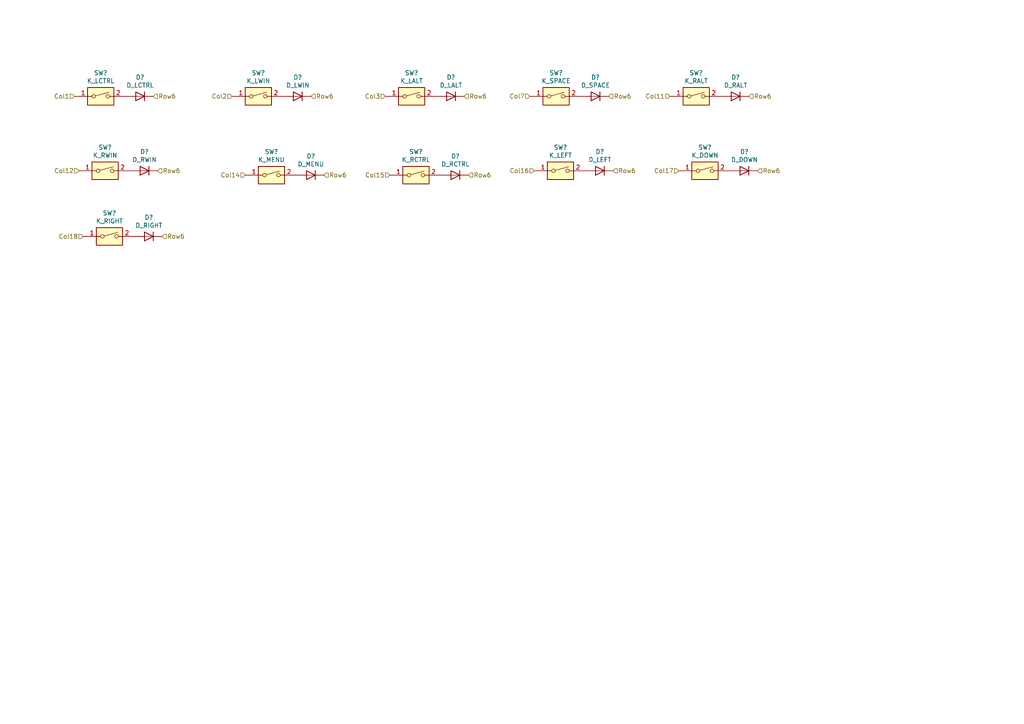
<source format=kicad_sch>
(kicad_sch (version 20230121) (generator eeschema)
  (paper "A4")
  (lib_symbols
    (symbol "Device:D" (pin_numbers hide) (pin_names (offset 1.016) hide)
      (property "Reference" "D" (at 0 2.54 0))
      (property "Value" "D" (at 0 -2.54 0))
      (symbol "D_0_1"
        (polyline (pts (xy -1.27 1.27) (xy -1.27 -1.27)) (stroke (width 0.254)))
        (polyline (pts (xy 1.27 0) (xy -1.27 0)))
        (polyline (pts (xy 1.27 1.27) (xy 1.27 -1.27) (xy -1.27 0) (xy 1.27 1.27)) (stroke (width 0.254)))
      )
      (symbol "D_1_1"
        (pin passive line (at -3.81 0 0) (length 2.54) (name "K") (number "1"))
        (pin passive line (at 3.81 0 180) (length 2.54) (name "A") (number "2"))
      )
    )
    (symbol "Switch:SW_DIP_x01" (pin_names (offset 0) hide)
      (property "Reference" "SW" (at 0 3.81 0))
      (property "Value" "SW_DIP_x01" (at 0 -3.81 0))
      (symbol "SW_DIP_x01_0_0"
        (circle (center -2.032 0) (radius 0.508))
        (polyline (pts (xy -1.524 0.127) (xy 2.3622 1.1684)))
        (circle (center 2.032 0) (radius 0.508))
      )
      (symbol "SW_DIP_x01_0_1"
        (rectangle (start -3.81 2.54) (end 3.81 -2.54) (stroke (width 0.254)) (fill (type background)))
      )
      (symbol "SW_DIP_x01_1_1"
        (pin passive line (at -7.62 0 0) (length 5.08) (name "~") (number "1"))
        (pin passive line (at 7.62 0 180) (length 5.08) (name "~") (number "2"))
      )
    )
  )
  (hierarchical_label "Col14" (shape input) (at 71.12 50.8 180))
  (hierarchical_label "Row6" (shape input) (at 176.53 27.94 0))
  (hierarchical_label "Col12" (shape input) (at 22.86 49.53 180))
  (hierarchical_label "Col17" (shape input) (at 196.85 49.53 180))
  (hierarchical_label "Row6" (shape input) (at 44.45 27.94 0))
  (hierarchical_label "Col18" (shape input) (at 24.13 68.58 180))
  (hierarchical_label "Row6" (shape input) (at 46.99 68.58 0))
  (hierarchical_label "Row6" (shape input) (at 90.17 27.94 0))
  (hierarchical_label "Col16" (shape input) (at 154.94 49.53 180))
  (hierarchical_label "Col7" (shape input) (at 153.67 27.94 180))
  (hierarchical_label "Col15" (shape input) (at 113.03 50.8 180))
  (hierarchical_label "Row6" (shape input) (at 134.62 27.94 0))
  (hierarchical_label "Row6" (shape input) (at 93.98 50.8 0))
  (hierarchical_label "Row6" (shape input) (at 45.72 49.53 0))
  (hierarchical_label "Col2" (shape input) (at 67.31 27.94 180))
  (hierarchical_label "Row6" (shape input) (at 177.8 49.53 0))
  (hierarchical_label "Row6" (shape input) (at 219.71 49.53 0))
  (hierarchical_label "Col11" (shape input) (at 194.31 27.94 180))
  (hierarchical_label "Row6" (shape input) (at 135.89 50.8 0))
  (hierarchical_label "Col3" (shape input) (at 111.76 27.94 180))
  (hierarchical_label "Row6" (shape input) (at 217.17 27.94 0))
  (hierarchical_label "Col1" (shape input) (at 21.59 27.94 180))
  (symbol (lib_id "Switch:SW_DIP_x01") (at 29.21 27.94 0) (unit 1)
    (property "Reference" "SW?" (at 29.21 21.1582 0))
    (property "Value" "K_LCTRL" (at 29.21 23.4696 0))
    (property "Footprint" "hotswap:Kailh_socket_MX" (effects hide))
    (instances (project "TKL" (path "" (reference "SW?") (unit 1)) (path "" (reference "SW?") (unit 1)) (path "" (reference "SW77") (unit 1)) (path "" (reference "SW?") (unit 1)) (path "" (reference "SW?") (unit 1)) (path "" (reference "SW?") (unit 1))))
  )
  (symbol (lib_id "Device:D") (at 40.64 27.94 180) (unit 1)
    (property "Reference" "D?" (at 40.64 22.4282 0))
    (property "Value" "D_LCTRL" (at 40.64 24.7396 0))
    (property "Footprint" "Diode_THT:D_DO-35_SOD27_P7.62mm_Horizontal" (effects hide))
    (instances (project "TKL" (path "" (reference "D?") (unit 1)) (path "" (reference "D?") (unit 1)) (path "" (reference "D77") (unit 1)) (path "" (reference "D?") (unit 1)) (path "" (reference "D?") (unit 1)) (path "" (reference "D?") (unit 1))))
  )
  (symbol (lib_id "Device:D") (at 130.81 27.94 180) (unit 1)
    (property "Reference" "D?" (at 130.81 22.4282 0))
    (property "Value" "D_LALT" (at 130.81 24.7396 0))
    (property "Footprint" "Diode_THT:D_DO-35_SOD27_P7.62mm_Horizontal" (effects hide))
    (instances (project "TKL" (path "" (reference "D?") (unit 1)) (path "" (reference "D?") (unit 1)) (path "" (reference "D82") (unit 1)) (path "" (reference "D?") (unit 1)) (path "" (reference "D?") (unit 1)) (path "" (reference "D?") (unit 1))))
  )
  (symbol (lib_id "Switch:SW_DIP_x01") (at 161.29 27.94 0) (unit 1)
    (property "Reference" "SW?" (at 161.29 21.1582 0))
    (property "Value" "K_SPACE" (at 161.29 23.4696 0))
    (property "Footprint" "hotswap:Kailh_socket_MX" (effects hide))
    (instances (project "TKL" (path "" (reference "SW?") (unit 1)) (path "" (reference "SW?") (unit 1)) (path "" (reference "SW84") (unit 1)) (path "" (reference "SW?") (unit 1)) (path "" (reference "SW?") (unit 1)) (path "" (reference "SW?") (unit 1))))
  )
  (symbol (lib_id "Device:D") (at 172.72 27.94 180) (unit 1)
    (property "Reference" "D?" (at 172.72 22.4282 0))
    (property "Value" "D_SPACE" (at 172.72 24.7396 0))
    (property "Footprint" "Diode_THT:D_DO-35_SOD27_P7.62mm_Horizontal" (effects hide))
    (instances (project "TKL" (path "" (reference "D?") (unit 1)) (path "" (reference "D?") (unit 1)) (path "" (reference "D84") (unit 1)) (path "" (reference "D?") (unit 1)) (path "" (reference "D?") (unit 1)) (path "" (reference "D?") (unit 1))))
  )
  (symbol (lib_id "Switch:SW_DIP_x01") (at 30.48 49.53 0) (unit 1)
    (property "Reference" "SW?" (at 30.48 42.7482 0))
    (property "Value" "K_RWIN" (at 30.48 45.0596 0))
    (property "Footprint" "hotswap:Kailh_socket_MX" (effects hide))
    (instances (project "TKL" (path "" (reference "SW?") (unit 1)) (path "" (reference "SW?") (unit 1)) (path "" (reference "SW78") (unit 1)) (path "" (reference "SW?") (unit 1)) (path "" (reference "SW?") (unit 1)) (path "" (reference "SW?") (unit 1))))
  )
  (symbol (lib_id "Device:D") (at 41.91 49.53 180) (unit 1)
    (property "Reference" "D?" (at 41.91 44.0182 0))
    (property "Value" "D_RWIN" (at 41.91 46.3296 0))
    (property "Footprint" "Diode_THT:D_DO-35_SOD27_P7.62mm_Horizontal" (effects hide))
    (instances (project "TKL" (path "" (reference "D?") (unit 1)) (path "" (reference "D?") (unit 1)) (path "" (reference "D78") (unit 1)) (path "" (reference "D?") (unit 1)) (path "" (reference "D?") (unit 1)) (path "" (reference "D?") (unit 1))))
  )
  (symbol (lib_id "Switch:SW_DIP_x01") (at 78.74 50.8 0) (unit 1)
    (property "Reference" "SW?" (at 78.74 44.0182 0))
    (property "Value" "K_MENU" (at 78.74 46.3296 0))
    (property "Footprint" "hotswap:Kailh_socket_MX" (effects hide))
    (instances (project "TKL" (path "" (reference "SW?") (unit 1)) (path "" (reference "SW?") (unit 1)) (path "" (reference "SW81") (unit 1)) (path "" (reference "SW?") (unit 1)) (path "" (reference "SW?") (unit 1)) (path "" (reference "SW?") (unit 1))))
  )
  (symbol (lib_id "Device:D") (at 90.17 50.8 180) (unit 1)
    (property "Reference" "D?" (at 90.17 45.2882 0))
    (property "Value" "D_MENU" (at 90.17 47.5996 0))
    (property "Footprint" "Diode_THT:D_DO-35_SOD27_P7.62mm_Horizontal" (effects hide))
    (instances (project "TKL" (path "" (reference "D?") (unit 1)) (path "" (reference "D?") (unit 1)) (path "" (reference "D81") (unit 1)) (path "" (reference "D?") (unit 1)) (path "" (reference "D?") (unit 1)) (path "" (reference "D?") (unit 1))))
  )
  (symbol (lib_id "Switch:SW_DIP_x01") (at 119.38 27.94 0) (unit 1)
    (property "Reference" "SW?" (at 119.38 21.1582 0))
    (property "Value" "K_LALT" (at 119.38 23.4696 0))
    (property "Footprint" "hotswap:Kailh_socket_MX" (effects hide))
    (instances (project "TKL" (path "" (reference "SW?") (unit 1)) (path "" (reference "SW?") (unit 1)) (path "" (reference "SW82") (unit 1)) (path "" (reference "SW?") (unit 1)) (path "" (reference "SW?") (unit 1)) (path "" (reference "SW?") (unit 1))))
  )
  (symbol (lib_id "Device:D") (at 215.9 49.53 180) (unit 1)
    (property "Reference" "D?" (at 215.9 44.0182 0))
    (property "Value" "D_DOWN" (at 215.9 46.3296 0))
    (property "Footprint" "Diode_THT:D_DO-35_SOD27_P7.62mm_Horizontal" (effects hide))
    (instances (project "TKL" (path "" (reference "D?") (unit 1)) (path "" (reference "D?") (unit 1)) (path "" (reference "D87") (unit 1)) (path "" (reference "D?") (unit 1)) (path "" (reference "D?") (unit 1)) (path "" (reference "D?") (unit 1))))
  )
  (symbol (lib_id "Switch:SW_DIP_x01") (at 204.47 49.53 0) (unit 1)
    (property "Reference" "SW?" (at 204.47 42.7482 0))
    (property "Value" "K_DOWN" (at 204.47 45.0596 0))
    (property "Footprint" "hotswap:Kailh_socket_MX" (effects hide))
    (instances (project "TKL" (path "" (reference "SW?") (unit 1)) (path "" (reference "SW?") (unit 1)) (path "" (reference "SW87") (unit 1)) (path "" (reference "SW?") (unit 1)) (path "" (reference "SW?") (unit 1)) (path "" (reference "SW?") (unit 1))))
  )
  (symbol (lib_id "Device:D") (at 213.36 27.94 180) (unit 1)
    (property "Reference" "D?" (at 213.36 22.4282 0))
    (property "Value" "D_RALT" (at 213.36 24.7396 0))
    (property "Footprint" "Diode_THT:D_DO-35_SOD27_P7.62mm_Horizontal" (effects hide))
    (instances (project "TKL" (path "" (reference "D?") (unit 1)) (path "" (reference "D?") (unit 1)) (path "" (reference "D86") (unit 1)) (path "" (reference "D?") (unit 1)) (path "" (reference "D?") (unit 1)) (path "" (reference "D?") (unit 1))))
  )
  (symbol (lib_id "Switch:SW_DIP_x01") (at 201.93 27.94 0) (unit 1)
    (property "Reference" "SW?" (at 201.93 21.1582 0))
    (property "Value" "K_RALT" (at 201.93 23.4696 0))
    (property "Footprint" "hotswap:Kailh_socket_MX" (effects hide))
    (instances (project "TKL" (path "" (reference "SW?") (unit 1)) (path "" (reference "SW?") (unit 1)) (path "" (reference "SW86") (unit 1)) (path "" (reference "SW?") (unit 1)) (path "" (reference "SW?") (unit 1)) (path "" (reference "SW?") (unit 1))))
  )
  (symbol (lib_id "Device:D") (at 86.36 27.94 180) (unit 1)
    (property "Reference" "D?" (at 86.36 22.4282 0))
    (property "Value" "D_LWIN" (at 86.36 24.7396 0))
    (property "Footprint" "Diode_THT:D_DO-35_SOD27_P7.62mm_Horizontal" (effects hide))
    (instances (project "TKL" (path "" (reference "D?") (unit 1)) (path "" (reference "D?") (unit 1)) (path "" (reference "D80") (unit 1)) (path "" (reference "D?") (unit 1)) (path "" (reference "D?") (unit 1)) (path "" (reference "D?") (unit 1))))
  )
  (symbol (lib_id "Switch:SW_DIP_x01") (at 74.93 27.94 0) (unit 1)
    (property "Reference" "SW?" (at 74.93 21.1582 0))
    (property "Value" "K_LWIN" (at 74.93 23.4696 0))
    (property "Footprint" "hotswap:Kailh_socket_MX" (effects hide))
    (instances (project "TKL" (path "" (reference "SW?") (unit 1)) (path "" (reference "SW?") (unit 1)) (path "" (reference "SW80") (unit 1)) (path "" (reference "SW?") (unit 1)) (path "" (reference "SW?") (unit 1)) (path "" (reference "SW?") (unit 1))))
  )
  (symbol (lib_id "Device:D") (at 132.08 50.8 180) (unit 1)
    (property "Reference" "D?" (at 132.08 45.2882 0))
    (property "Value" "D_RCTRL" (at 132.08 47.5996 0))
    (property "Footprint" "Diode_THT:D_DO-35_SOD27_P7.62mm_Horizontal" (effects hide))
    (instances (project "TKL" (path "" (reference "D?") (unit 1)) (path "" (reference "D?") (unit 1)) (path "" (reference "D83") (unit 1)) (path "" (reference "D?") (unit 1)) (path "" (reference "D?") (unit 1)) (path "" (reference "D?") (unit 1))))
  )
  (symbol (lib_id "Switch:SW_DIP_x01") (at 120.65 50.8 0) (unit 1)
    (property "Reference" "SW?" (at 120.65 44.0182 0))
    (property "Value" "K_RCTRL" (at 120.65 46.3296 0))
    (property "Footprint" "hotswap:Kailh_socket_MX" (effects hide))
    (instances (project "TKL" (path "" (reference "SW?") (unit 1)) (path "" (reference "SW?") (unit 1)) (path "" (reference "SW83") (unit 1)) (path "" (reference "SW?") (unit 1)) (path "" (reference "SW?") (unit 1)) (path "" (reference "SW?") (unit 1))))
  )
  (symbol (lib_id "Device:D") (at 173.99 49.53 180) (unit 1)
    (property "Reference" "D?" (at 173.99 44.0182 0))
    (property "Value" "D_LEFT" (at 173.99 46.3296 0))
    (property "Footprint" "Diode_THT:D_DO-35_SOD27_P7.62mm_Horizontal" (effects hide))
    (instances (project "TKL" (path "" (reference "D?") (unit 1)) (path "" (reference "D?") (unit 1)) (path "" (reference "D85") (unit 1)) (path "" (reference "D?") (unit 1)) (path "" (reference "D?") (unit 1)) (path "" (reference "D?") (unit 1))))
  )
  (symbol (lib_id "Switch:SW_DIP_x01") (at 162.56 49.53 0) (unit 1)
    (property "Reference" "SW?" (at 162.56 42.7482 0))
    (property "Value" "K_LEFT" (at 162.56 45.0596 0))
    (property "Footprint" "hotswap:Kailh_socket_MX" (effects hide))
    (instances (project "TKL" (path "" (reference "SW?") (unit 1)) (path "" (reference "SW?") (unit 1)) (path "" (reference "SW85") (unit 1)) (path "" (reference "SW?") (unit 1)) (path "" (reference "SW?") (unit 1)) (path "" (reference "SW?") (unit 1))))
  )
  (symbol (lib_id "Device:D") (at 43.18 68.58 180) (unit 1)
    (property "Reference" "D?" (at 43.18 63.0682 0))
    (property "Value" "D_RIGHT" (at 43.18 65.3796 0))
    (property "Footprint" "Diode_THT:D_DO-35_SOD27_P7.62mm_Horizontal" (effects hide))
    (instances (project "TKL" (path "" (reference "D?") (unit 1)) (path "" (reference "D?") (unit 1)) (path "" (reference "D79") (unit 1)) (path "" (reference "D?") (unit 1)) (path "" (reference "D?") (unit 1)) (path "" (reference "D?") (unit 1))))
  )
  (symbol (lib_id "Switch:SW_DIP_x01") (at 31.75 68.58 0) (unit 1)
    (property "Reference" "SW?" (at 31.75 61.7982 0))
    (property "Value" "K_RIGHT" (at 31.75 64.1096 0))
    (property "Footprint" "hotswap:Kailh_socket_MX" (effects hide))
    (instances (project "TKL" (path "" (reference "SW?") (unit 1)) (path "" (reference "SW?") (unit 1)) (path "" (reference "SW79") (unit 1)) (path "" (reference "SW?") (unit 1)) (path "" (reference "SW?") (unit 1)) (path "" (reference "SW?") (unit 1))))
  )
)
</source>
